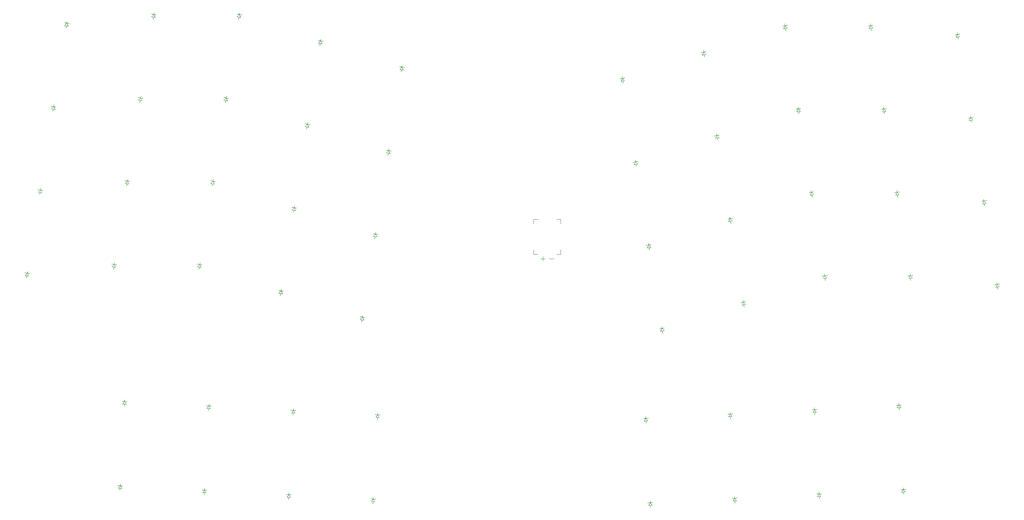
<source format=gbr>
%TF.GenerationSoftware,KiCad,Pcbnew,9.0.2-9.0.2-0~ubuntu24.04.1*%
%TF.CreationDate,2025-06-02T17:12:00+02:00*%
%TF.ProjectId,gandalf-RO,67616e64-616c-4662-9d52-4f2e6b696361,v1.0.0*%
%TF.SameCoordinates,Original*%
%TF.FileFunction,Legend,Bot*%
%TF.FilePolarity,Positive*%
%FSLAX46Y46*%
G04 Gerber Fmt 4.6, Leading zero omitted, Abs format (unit mm)*
G04 Created by KiCad (PCBNEW 9.0.2-9.0.2-0~ubuntu24.04.1) date 2025-06-02 17:12:00*
%MOMM*%
%LPD*%
G01*
G04 APERTURE LIST*
%ADD10C,0.100000*%
%ADD11C,0.120000*%
G04 APERTURE END LIST*
D10*
%TO.C,D54*%
X234097463Y-132829501D02*
X234465514Y-132209389D01*
X234444579Y-131809938D02*
X234465514Y-132209389D01*
X234465514Y-132209389D02*
X233916265Y-132238175D01*
X234465514Y-132209389D02*
X234896367Y-132787633D01*
X234465514Y-132209389D02*
X235014760Y-132180605D01*
X234496915Y-132808567D02*
X234523083Y-133307882D01*
X234896367Y-132787633D02*
X234097463Y-132829501D01*
%TO.C,D41*%
X96827406Y-148935455D02*
X97258261Y-148357210D01*
X97226858Y-148956389D02*
X97200690Y-149455704D01*
X97258261Y-148357210D02*
X96709013Y-148328427D01*
X97258261Y-148357210D02*
X97626309Y-148977324D01*
X97258261Y-148357210D02*
X97807506Y-148385996D01*
X97279194Y-147957760D02*
X97258261Y-148357210D01*
X97626309Y-148977324D02*
X96827406Y-148935455D01*
%TO.C,D30*%
X252434419Y-82946974D02*
X252735634Y-82291787D01*
X252673060Y-81896712D02*
X252735634Y-82291787D01*
X252735634Y-82291787D02*
X252192406Y-82377827D01*
X252735634Y-82291787D02*
X253224569Y-82821826D01*
X252735634Y-82291787D02*
X253278864Y-82205750D01*
X252829495Y-82884400D02*
X252907712Y-83378244D01*
X253224569Y-82821826D02*
X252434419Y-82946974D01*
%TO.C,D8*%
X104325694Y-42777532D02*
X104814630Y-42247493D01*
X104720769Y-42840107D02*
X104642552Y-43333950D01*
X104814630Y-42247493D02*
X104271401Y-42161454D01*
X104814630Y-42247493D02*
X105115844Y-42902680D01*
X104814630Y-42247493D02*
X105357859Y-42333532D01*
X104877204Y-41852418D02*
X104814630Y-42247493D01*
X105115844Y-42902680D02*
X104325694Y-42777532D01*
%TO.C,D52*%
X253071422Y-131835120D02*
X253439473Y-131215008D01*
X253418538Y-130815557D02*
X253439473Y-131215008D01*
X253439473Y-131215008D02*
X252890224Y-131243794D01*
X253439473Y-131215008D02*
X253870326Y-131793252D01*
X253439473Y-131215008D02*
X253988719Y-131186224D01*
X253470874Y-131814186D02*
X253497042Y-132313501D01*
X253870326Y-131793252D02*
X253071422Y-131835120D01*
%TO.C,D10*%
X117616566Y-80318880D02*
X118105502Y-79788841D01*
X118011641Y-80381455D02*
X117933424Y-80875298D01*
X118105502Y-79788841D02*
X117562273Y-79702802D01*
X118105502Y-79788841D02*
X118406716Y-80444028D01*
X118105502Y-79788841D02*
X118648731Y-79874880D01*
X118168076Y-79393766D02*
X118105502Y-79788841D01*
X118406716Y-80444028D02*
X117616566Y-80318880D01*
%TO.C,D25*%
X274642055Y-101703867D02*
X274943270Y-101048680D01*
X274880696Y-100653605D02*
X274943270Y-101048680D01*
X274943270Y-101048680D02*
X274400042Y-101134720D01*
X274943270Y-101048680D02*
X275432205Y-101578719D01*
X274943270Y-101048680D02*
X275486500Y-100962643D01*
X275037131Y-101641293D02*
X275115348Y-102135137D01*
X275432205Y-101578719D02*
X274642055Y-101703867D01*
%TO.C,D42*%
X97821781Y-129961489D02*
X98252636Y-129383244D01*
X98221233Y-129982423D02*
X98195065Y-130481738D01*
X98252636Y-129383244D02*
X97703388Y-129354461D01*
X98252636Y-129383244D02*
X98620684Y-130003358D01*
X98252636Y-129383244D02*
X98801881Y-129412030D01*
X98273569Y-128983794D02*
X98252636Y-129383244D01*
X98620684Y-130003358D02*
X97821781Y-129961489D01*
%TO.C,D14*%
X135913335Y-86254198D02*
X136402271Y-85724159D01*
X136308410Y-86316773D02*
X136230193Y-86810616D01*
X136402271Y-85724159D02*
X135859042Y-85638120D01*
X136402271Y-85724159D02*
X136703485Y-86379346D01*
X136402271Y-85724159D02*
X136945500Y-85810198D01*
X136464845Y-85329084D02*
X136402271Y-85724159D01*
X136703485Y-86379346D02*
X135913335Y-86254198D01*
%TO.C,D39*%
X212868615Y-76051538D02*
X213169830Y-75396351D01*
X213107256Y-75001276D02*
X213169830Y-75396351D01*
X213169830Y-75396351D02*
X212626602Y-75482391D01*
X213169830Y-75396351D02*
X213658765Y-75926390D01*
X213169830Y-75396351D02*
X213713060Y-75310314D01*
X213263691Y-75988964D02*
X213341908Y-76482808D01*
X213658765Y-75926390D02*
X212868615Y-76051538D01*
%TO.C,D4*%
X84777439Y-44743715D02*
X85266375Y-44213676D01*
X85172514Y-44806290D02*
X85094297Y-45300133D01*
X85266375Y-44213676D02*
X84723146Y-44127637D01*
X85266375Y-44213676D02*
X85567589Y-44868863D01*
X85266375Y-44213676D02*
X85809604Y-44299715D01*
X85328949Y-43818601D02*
X85266375Y-44213676D01*
X85567589Y-44868863D02*
X84777439Y-44743715D01*
%TO.C,D17*%
X151237857Y-110955596D02*
X151726793Y-110425557D01*
X151632932Y-111018171D02*
X151554715Y-111512014D01*
X151726793Y-110425557D02*
X151183564Y-110339518D01*
X151726793Y-110425557D02*
X152028007Y-111080744D01*
X151726793Y-110425557D02*
X152270022Y-110511596D01*
X151789367Y-110030482D02*
X151726793Y-110425557D01*
X152028007Y-111080744D02*
X151237857Y-110955596D01*
%TO.C,D47*%
X153749285Y-151918598D02*
X154180140Y-151340353D01*
X154148737Y-151939532D02*
X154122569Y-152438847D01*
X154180140Y-151340353D02*
X153630892Y-151311570D01*
X154180140Y-151340353D02*
X154548188Y-151960467D01*
X154180140Y-151340353D02*
X154729385Y-151369139D01*
X154201073Y-150940903D02*
X154180140Y-151340353D01*
X154548188Y-151960467D02*
X153749285Y-151918598D01*
%TO.C,D24*%
X285273549Y-47371813D02*
X285574764Y-46716626D01*
X285512190Y-46321551D02*
X285574764Y-46716626D01*
X285574764Y-46716626D02*
X285031536Y-46802666D01*
X285574764Y-46716626D02*
X286063699Y-47246665D01*
X285574764Y-46716626D02*
X286117994Y-46630589D01*
X285668625Y-47309239D02*
X285746842Y-47803083D01*
X286063699Y-47246665D02*
X285273549Y-47371813D01*
%TO.C,D11*%
X120588820Y-61552797D02*
X121077756Y-61022758D01*
X120983895Y-61615372D02*
X120905678Y-62109215D01*
X121077756Y-61022758D02*
X120534527Y-60936719D01*
X121077756Y-61022758D02*
X121378970Y-61677945D01*
X121077756Y-61022758D02*
X121620985Y-61108797D01*
X121140330Y-60627683D02*
X121077756Y-61022758D01*
X121378970Y-61677945D02*
X120588820Y-61552797D01*
%TO.C,D51*%
X254065803Y-150809076D02*
X254433854Y-150188964D01*
X254412919Y-149789513D02*
X254433854Y-150188964D01*
X254433854Y-150188964D02*
X253884605Y-150217750D01*
X254433854Y-150188964D02*
X254864707Y-150767208D01*
X254433854Y-150188964D02*
X254983100Y-150160180D01*
X254465255Y-150788142D02*
X254491423Y-151287457D01*
X254864707Y-150767208D02*
X254065803Y-150809076D01*
%TO.C,D48*%
X154743671Y-132944643D02*
X155174526Y-132366398D01*
X155143123Y-132965577D02*
X155116955Y-133464892D01*
X155174526Y-132366398D02*
X154625278Y-132337615D01*
X155174526Y-132366398D02*
X155542574Y-132986512D01*
X155174526Y-132366398D02*
X155723771Y-132395184D01*
X155195459Y-131966948D02*
X155174526Y-132366398D01*
X155542574Y-132986512D02*
X154743671Y-132944643D01*
%TO.C,D38*%
X215840864Y-94817615D02*
X216142079Y-94162428D01*
X216079505Y-93767353D02*
X216142079Y-94162428D01*
X216142079Y-94162428D02*
X215598851Y-94248468D01*
X216142079Y-94162428D02*
X216631014Y-94692467D01*
X216142079Y-94162428D02*
X216685309Y-94076391D01*
X216235940Y-94755041D02*
X216314157Y-95248885D01*
X216631014Y-94692467D02*
X215840864Y-94817615D01*
%TO.C,D28*%
X265725287Y-45405632D02*
X266026502Y-44750445D01*
X265963928Y-44355370D02*
X266026502Y-44750445D01*
X266026502Y-44750445D02*
X265483274Y-44836485D01*
X266026502Y-44750445D02*
X266515437Y-45280484D01*
X266026502Y-44750445D02*
X266569732Y-44664408D01*
X266120363Y-45343058D02*
X266198580Y-45836902D01*
X266515437Y-45280484D02*
X265725287Y-45405632D01*
%TO.C,D21*%
X294190310Y-103670058D02*
X294491525Y-103014871D01*
X294428951Y-102619796D02*
X294491525Y-103014871D01*
X294491525Y-103014871D02*
X293948297Y-103100911D01*
X294491525Y-103014871D02*
X294980460Y-103544910D01*
X294491525Y-103014871D02*
X295034755Y-102928834D01*
X294585386Y-103607484D02*
X294663603Y-104101328D01*
X294980460Y-103544910D02*
X294190310Y-103670058D01*
%TO.C,D5*%
X95408925Y-99075772D02*
X95897861Y-98545733D01*
X95804000Y-99138347D02*
X95725783Y-99632190D01*
X95897861Y-98545733D02*
X95354632Y-98459694D01*
X95897861Y-98545733D02*
X96199075Y-99200920D01*
X95897861Y-98545733D02*
X96441090Y-98631772D01*
X95960435Y-98150658D02*
X95897861Y-98545733D01*
X96199075Y-99200920D02*
X95408925Y-99075772D01*
%TO.C,D1*%
X75860676Y-101041949D02*
X76349612Y-100511910D01*
X76255751Y-101104524D02*
X76177534Y-101598367D01*
X76349612Y-100511910D02*
X75806383Y-100425871D01*
X76349612Y-100511910D02*
X76650826Y-101167097D01*
X76349612Y-100511910D02*
X76892841Y-100597949D01*
X76412186Y-100116835D02*
X76349612Y-100511910D01*
X76650826Y-101167097D02*
X75860676Y-101041949D01*
%TO.C,D19*%
X157182372Y-73423435D02*
X157671308Y-72893396D01*
X157577447Y-73486010D02*
X157499230Y-73979853D01*
X157671308Y-72893396D02*
X157128079Y-72807357D01*
X157671308Y-72893396D02*
X157972522Y-73548583D01*
X157671308Y-72893396D02*
X158214537Y-72979435D01*
X157733882Y-72498321D02*
X157671308Y-72893396D01*
X157972522Y-73548583D02*
X157182372Y-73423435D01*
%TO.C,D40*%
X209896360Y-57285458D02*
X210197575Y-56630271D01*
X210135001Y-56235196D02*
X210197575Y-56630271D01*
X210197575Y-56630271D02*
X209654347Y-56716311D01*
X210197575Y-56630271D02*
X210686510Y-57160310D01*
X210197575Y-56630271D02*
X210740805Y-56544234D01*
X210291436Y-57222884D02*
X210369653Y-57716728D01*
X210686510Y-57160310D02*
X209896360Y-57285458D01*
D11*
%TO.C,JST1*%
X190262069Y-96233309D02*
X190262071Y-95233309D01*
X190262074Y-88413312D02*
X190262071Y-89413309D01*
X191182071Y-96233309D02*
X190262069Y-96233309D01*
X191262071Y-88413309D02*
X190262074Y-88413312D01*
D10*
X191822074Y-97273309D02*
X192822070Y-97273308D01*
X192322071Y-96773309D02*
X192322071Y-97773309D01*
X194822068Y-97273309D02*
X193822071Y-97273308D01*
D11*
X195462071Y-88413309D02*
X196382071Y-88413307D01*
X195462071Y-96233309D02*
X196382073Y-96233309D01*
X196382071Y-88413307D02*
X196382071Y-89413309D01*
X196382073Y-96233309D02*
X196382071Y-95233309D01*
D10*
%TO.C,D26*%
X271669800Y-82937788D02*
X271971015Y-82282601D01*
X271908441Y-81887526D02*
X271971015Y-82282601D01*
X271971015Y-82282601D02*
X271427787Y-82368641D01*
X271971015Y-82282601D02*
X272459950Y-82812640D01*
X271971015Y-82282601D02*
X272514245Y-82196564D01*
X272064876Y-82875214D02*
X272143093Y-83369058D01*
X272459950Y-82812640D02*
X271669800Y-82937788D01*
%TO.C,D2*%
X78832933Y-82275878D02*
X79321869Y-81745839D01*
X79228008Y-82338453D02*
X79149791Y-82832296D01*
X79321869Y-81745839D02*
X78778640Y-81659800D01*
X79321869Y-81745839D02*
X79623083Y-82401026D01*
X79321869Y-81745839D02*
X79865098Y-81831878D01*
X79384443Y-81350764D02*
X79321869Y-81745839D01*
X79623083Y-82401026D02*
X78832933Y-82275878D01*
%TO.C,D56*%
X215123507Y-133823880D02*
X215491558Y-133203768D01*
X215470623Y-132804317D02*
X215491558Y-133203768D01*
X215491558Y-133203768D02*
X214942309Y-133232554D01*
X215491558Y-133203768D02*
X215922411Y-133782012D01*
X215491558Y-133203768D02*
X216040804Y-133174984D01*
X215522959Y-133802946D02*
X215549127Y-134302261D01*
X215922411Y-133782012D02*
X215123507Y-133823880D01*
%TO.C,D23*%
X288245800Y-66137892D02*
X288547015Y-65482705D01*
X288484441Y-65087630D02*
X288547015Y-65482705D01*
X288547015Y-65482705D02*
X288003787Y-65568745D01*
X288547015Y-65482705D02*
X289035950Y-66012744D01*
X288547015Y-65482705D02*
X289090245Y-65396668D01*
X288640876Y-66075318D02*
X288719093Y-66569162D01*
X289035950Y-66012744D02*
X288245800Y-66137892D01*
%TO.C,D55*%
X216117886Y-152797840D02*
X216485937Y-152177728D01*
X216465002Y-151778277D02*
X216485937Y-152177728D01*
X216485937Y-152177728D02*
X215936688Y-152206514D01*
X216485937Y-152177728D02*
X216916790Y-152755972D01*
X216485937Y-152177728D02*
X217035183Y-152148944D01*
X216517338Y-152776906D02*
X216543506Y-153276221D01*
X216916790Y-152755972D02*
X216117886Y-152797840D01*
%TO.C,D31*%
X249462164Y-64180899D02*
X249763379Y-63525712D01*
X249700805Y-63130637D02*
X249763379Y-63525712D01*
X249763379Y-63525712D02*
X249220151Y-63611752D01*
X249763379Y-63525712D02*
X250252314Y-64055751D01*
X249763379Y-63525712D02*
X250306609Y-63439675D01*
X249857240Y-64118325D02*
X249935457Y-64612169D01*
X250252314Y-64055751D02*
X249462164Y-64180899D01*
%TO.C,D20*%
X160154626Y-54657360D02*
X160643562Y-54127321D01*
X160549701Y-54719935D02*
X160471484Y-55213778D01*
X160643562Y-54127321D02*
X160100333Y-54041282D01*
X160643562Y-54127321D02*
X160944776Y-54782508D01*
X160643562Y-54127321D02*
X161186791Y-54213360D01*
X160706136Y-53732246D02*
X160643562Y-54127321D01*
X160944776Y-54782508D02*
X160154626Y-54657360D01*
%TO.C,D18*%
X154210114Y-92189520D02*
X154699050Y-91659481D01*
X154605189Y-92252095D02*
X154526972Y-92745938D01*
X154699050Y-91659481D02*
X154155821Y-91573442D01*
X154699050Y-91659481D02*
X155000264Y-92314668D01*
X154699050Y-91659481D02*
X155242279Y-91745520D01*
X154761624Y-91264406D02*
X154699050Y-91659481D01*
X155000264Y-92314668D02*
X154210114Y-92189520D01*
%TO.C,D36*%
X228193139Y-51350147D02*
X228494354Y-50694960D01*
X228431780Y-50299885D02*
X228494354Y-50694960D01*
X228494354Y-50694960D02*
X227951126Y-50781000D01*
X228494354Y-50694960D02*
X228983289Y-51224999D01*
X228494354Y-50694960D02*
X229037584Y-50608923D01*
X228588215Y-51287573D02*
X228666432Y-51781417D01*
X228983289Y-51224999D02*
X228193139Y-51350147D01*
%TO.C,D37*%
X218813126Y-113583691D02*
X219114341Y-112928504D01*
X219051767Y-112533429D02*
X219114341Y-112928504D01*
X219114341Y-112928504D02*
X218571113Y-113014544D01*
X219114341Y-112928504D02*
X219603276Y-113458543D01*
X219114341Y-112928504D02*
X219657571Y-112842467D01*
X219208202Y-113521117D02*
X219286419Y-114014961D01*
X219603276Y-113458543D02*
X218813126Y-113583691D01*
%TO.C,D16*%
X141857847Y-48722043D02*
X142346783Y-48192004D01*
X142252922Y-48784618D02*
X142174705Y-49278461D01*
X142346783Y-48192004D02*
X141803554Y-48105965D01*
X142346783Y-48192004D02*
X142647997Y-48847191D01*
X142346783Y-48192004D02*
X142890012Y-48278043D01*
X142409357Y-47796929D02*
X142346783Y-48192004D01*
X142647997Y-48847191D02*
X141857847Y-48722043D01*
%TO.C,D3*%
X81805186Y-63509796D02*
X82294122Y-62979757D01*
X82200261Y-63572371D02*
X82122044Y-64066214D01*
X82294122Y-62979757D02*
X81750893Y-62893718D01*
X82294122Y-62979757D02*
X82595336Y-63634944D01*
X82294122Y-62979757D02*
X82837351Y-63065796D01*
X82356696Y-62584682D02*
X82294122Y-62979757D01*
X82595336Y-63634944D02*
X81805186Y-63509796D01*
%TO.C,D9*%
X114644309Y-99084957D02*
X115133245Y-98554918D01*
X115039384Y-99147532D02*
X114961167Y-99641375D01*
X115133245Y-98554918D02*
X114590016Y-98468879D01*
X115133245Y-98554918D02*
X115434459Y-99210105D01*
X115133245Y-98554918D02*
X115676474Y-98640957D01*
X115195819Y-98159843D02*
X115133245Y-98554918D01*
X115434459Y-99210105D02*
X114644309Y-99084957D01*
%TO.C,D43*%
X115801364Y-149929835D02*
X116232219Y-149351590D01*
X116200816Y-149950769D02*
X116174648Y-150450084D01*
X116232219Y-149351590D02*
X115682971Y-149322807D01*
X116232219Y-149351590D02*
X116600267Y-149971704D01*
X116232219Y-149351590D02*
X116781464Y-149380376D01*
X116253152Y-148952140D02*
X116232219Y-149351590D01*
X116600267Y-149971704D02*
X115801364Y-149929835D01*
%TO.C,D46*%
X135769707Y-131950263D02*
X136200562Y-131372018D01*
X136169159Y-131971197D02*
X136142991Y-132470512D01*
X136200562Y-131372018D02*
X135651314Y-131343235D01*
X136200562Y-131372018D02*
X136568610Y-131992132D01*
X136200562Y-131372018D02*
X136749807Y-131400804D01*
X136221495Y-130972568D02*
X136200562Y-131372018D01*
X136568610Y-131992132D02*
X135769707Y-131950263D01*
%TO.C,D49*%
X273039766Y-149814694D02*
X273407817Y-149194582D01*
X273386882Y-148795131D02*
X273407817Y-149194582D01*
X273407817Y-149194582D02*
X272858568Y-149223368D01*
X273407817Y-149194582D02*
X273838670Y-149772826D01*
X273407817Y-149194582D02*
X273957063Y-149165798D01*
X273439218Y-149793760D02*
X273465386Y-150293075D01*
X273838670Y-149772826D02*
X273039766Y-149814694D01*
%TO.C,D32*%
X246489912Y-45414818D02*
X246791127Y-44759631D01*
X246728553Y-44364556D02*
X246791127Y-44759631D01*
X246791127Y-44759631D02*
X246247899Y-44845671D01*
X246791127Y-44759631D02*
X247280062Y-45289670D01*
X246791127Y-44759631D02*
X247334357Y-44673594D01*
X246884988Y-45352244D02*
X246963205Y-45846088D01*
X247280062Y-45289670D02*
X246489912Y-45414818D01*
%TO.C,D29*%
X255406679Y-101713051D02*
X255707894Y-101057864D01*
X255645320Y-100662789D02*
X255707894Y-101057864D01*
X255707894Y-101057864D02*
X255164666Y-101143904D01*
X255707894Y-101057864D02*
X256196829Y-101587903D01*
X255707894Y-101057864D02*
X256251124Y-100971827D01*
X255801755Y-101650477D02*
X255879972Y-102144321D01*
X256196829Y-101587903D02*
X255406679Y-101713051D01*
%TO.C,D22*%
X291218057Y-84903971D02*
X291519272Y-84248784D01*
X291456698Y-83853709D02*
X291519272Y-84248784D01*
X291519272Y-84248784D02*
X290976044Y-84334824D01*
X291519272Y-84248784D02*
X292008207Y-84778823D01*
X291519272Y-84248784D02*
X292062502Y-84162747D01*
X291613133Y-84841397D02*
X291691350Y-85335241D01*
X292008207Y-84778823D02*
X291218057Y-84903971D01*
%TO.C,D34*%
X234137647Y-88882295D02*
X234438862Y-88227108D01*
X234376288Y-87832033D02*
X234438862Y-88227108D01*
X234438862Y-88227108D02*
X233895634Y-88313148D01*
X234438862Y-88227108D02*
X234927797Y-88757147D01*
X234438862Y-88227108D02*
X234982092Y-88141071D01*
X234532723Y-88819721D02*
X234610940Y-89313565D01*
X234927797Y-88757147D02*
X234137647Y-88882295D01*
%TO.C,D33*%
X237109901Y-107648375D02*
X237411116Y-106993188D01*
X237348542Y-106598113D02*
X237411116Y-106993188D01*
X237411116Y-106993188D02*
X236867888Y-107079228D01*
X237411116Y-106993188D02*
X237900051Y-107523227D01*
X237411116Y-106993188D02*
X237954346Y-106907151D01*
X237504977Y-107585801D02*
X237583194Y-108079645D01*
X237900051Y-107523227D02*
X237109901Y-107648375D01*
%TO.C,D50*%
X272045383Y-130840732D02*
X272413434Y-130220620D01*
X272392499Y-129821169D02*
X272413434Y-130220620D01*
X272413434Y-130220620D02*
X271864185Y-130249406D01*
X272413434Y-130220620D02*
X272844287Y-130798864D01*
X272413434Y-130220620D02*
X272962680Y-130191836D01*
X272444835Y-130819798D02*
X272471003Y-131319113D01*
X272844287Y-130798864D02*
X272045383Y-130840732D01*
%TO.C,D53*%
X235091847Y-151803458D02*
X235459898Y-151183346D01*
X235438963Y-150783895D02*
X235459898Y-151183346D01*
X235459898Y-151183346D02*
X234910649Y-151212132D01*
X235459898Y-151183346D02*
X235890751Y-151761590D01*
X235459898Y-151183346D02*
X236009144Y-151154562D01*
X235491299Y-151782524D02*
X235517467Y-152281839D01*
X235890751Y-151761590D02*
X235091847Y-151803458D01*
%TO.C,D12*%
X123561075Y-42786722D02*
X124050011Y-42256683D01*
X123956150Y-42849297D02*
X123877933Y-43343140D01*
X124050011Y-42256683D02*
X123506782Y-42170644D01*
X124050011Y-42256683D02*
X124351225Y-42911870D01*
X124050011Y-42256683D02*
X124593240Y-42342722D01*
X124112585Y-41861608D02*
X124050011Y-42256683D01*
X124351225Y-42911870D02*
X123561075Y-42786722D01*
%TO.C,D13*%
X132941092Y-105020279D02*
X133430028Y-104490240D01*
X133336167Y-105082854D02*
X133257950Y-105576697D01*
X133430028Y-104490240D02*
X132886799Y-104404201D01*
X133430028Y-104490240D02*
X133731242Y-105145427D01*
X133430028Y-104490240D02*
X133973257Y-104576279D01*
X133492602Y-104095165D02*
X133430028Y-104490240D01*
X133731242Y-105145427D02*
X132941092Y-105020279D01*
%TO.C,D7*%
X101353440Y-61543605D02*
X101842376Y-61013566D01*
X101748515Y-61606180D02*
X101670298Y-62100023D01*
X101842376Y-61013566D02*
X101299147Y-60927527D01*
X101842376Y-61013566D02*
X102143590Y-61668753D01*
X101842376Y-61013566D02*
X102385605Y-61099605D01*
X101904950Y-60618491D02*
X101842376Y-61013566D01*
X102143590Y-61668753D02*
X101353440Y-61543605D01*
%TO.C,D6*%
X98381186Y-80309690D02*
X98870122Y-79779651D01*
X98776261Y-80372265D02*
X98698044Y-80866108D01*
X98870122Y-79779651D02*
X98326893Y-79693612D01*
X98870122Y-79779651D02*
X99171336Y-80434838D01*
X98870122Y-79779651D02*
X99413351Y-79865690D01*
X98932696Y-79384576D02*
X98870122Y-79779651D01*
X99171336Y-80434838D02*
X98381186Y-80309690D01*
%TO.C,D45*%
X134775328Y-150924216D02*
X135206183Y-150345971D01*
X135174780Y-150945150D02*
X135148612Y-151444465D01*
X135206183Y-150345971D02*
X134656935Y-150317188D01*
X135206183Y-150345971D02*
X135574231Y-150966085D01*
X135206183Y-150345971D02*
X135755428Y-150374757D01*
X135227116Y-149946521D02*
X135206183Y-150345971D01*
X135574231Y-150966085D02*
X134775328Y-150924216D01*
%TO.C,D15*%
X138885594Y-67488122D02*
X139374530Y-66958083D01*
X139280669Y-67550697D02*
X139202452Y-68044540D01*
X139374530Y-66958083D02*
X138831301Y-66872044D01*
X139374530Y-66958083D02*
X139675744Y-67613270D01*
X139374530Y-66958083D02*
X139917759Y-67044122D01*
X139437104Y-66563008D02*
X139374530Y-66958083D01*
X139675744Y-67613270D02*
X138885594Y-67488122D01*
%TO.C,D44*%
X116795750Y-130955872D02*
X117226605Y-130377627D01*
X117195202Y-130976806D02*
X117169034Y-131476121D01*
X117226605Y-130377627D02*
X116677357Y-130348844D01*
X117226605Y-130377627D02*
X117594653Y-130997741D01*
X117226605Y-130377627D02*
X117775850Y-130406413D01*
X117247538Y-129978177D02*
X117226605Y-130377627D01*
X117594653Y-130997741D02*
X116795750Y-130955872D01*
%TO.C,D27*%
X268697546Y-64171712D02*
X268998761Y-63516525D01*
X268936187Y-63121450D02*
X268998761Y-63516525D01*
X268998761Y-63516525D02*
X268455533Y-63602565D01*
X268998761Y-63516525D02*
X269487696Y-64046564D01*
X268998761Y-63516525D02*
X269541991Y-63430488D01*
X269092622Y-64109138D02*
X269170839Y-64602982D01*
X269487696Y-64046564D02*
X268697546Y-64171712D01*
%TO.C,D35*%
X231165389Y-70116218D02*
X231466604Y-69461031D01*
X231404030Y-69065956D02*
X231466604Y-69461031D01*
X231466604Y-69461031D02*
X230923376Y-69547071D01*
X231466604Y-69461031D02*
X231955539Y-69991070D01*
X231466604Y-69461031D02*
X232009834Y-69374994D01*
X231560465Y-70053644D02*
X231638682Y-70547488D01*
X231955539Y-69991070D02*
X231165389Y-70116218D01*
%TD*%
M02*

</source>
